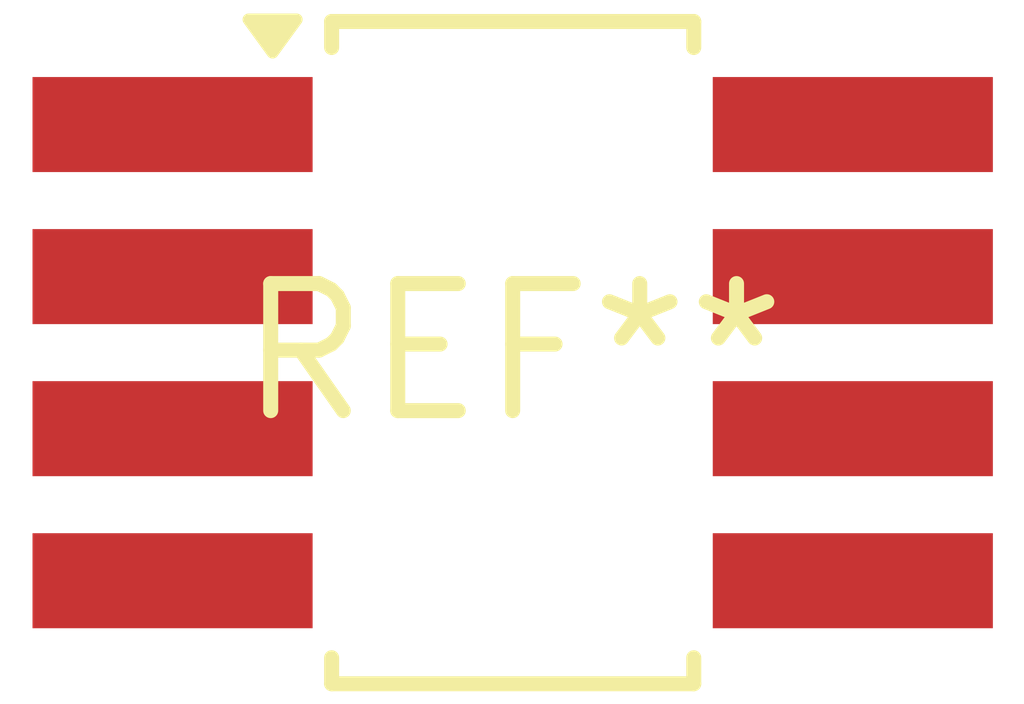
<source format=kicad_pcb>
(kicad_pcb (version 20240108) (generator pcbnew)
  (layers (0 "F.Cu" signal) (31 "B.Cu" signal) (34 "B.Paste" user) (35 "F.Paste" user) (36 "B.SilkS" user "B.Silkscreen") (37 "F.SilkS" user "F.Silkscreen") (38 "B.Mask" user) (39 "F.Mask" user) (44 "Edge.Cuts" user))
  (net 0 "")
  (footprint "Zetex_SM8" (layer "F.Cu") (at 0 0)
    (property "Reference" "REF**")
    (property "Value" "Zetex_SM8")
    (fp_line (start -1.81 -3.31) (end -1.81 -3.05) (layer "F.SilkS") (stroke (width 0.15)))
    (fp_line (start -1.81 -3.31) (end 1.81 -3.31) (layer "F.SilkS") (stroke (width 0.15)))
    (fp_line (start -1.81 3.31) (end -1.81 3.05) (layer "F.SilkS") (stroke (width 0.15)))
    (fp_line (start -1.81 3.31) (end 1.81 3.31) (layer "F.SilkS") (stroke (width 0.15)))
    (fp_line (start 1.81 -3.31) (end 1.81 -3.05) (layer "F.SilkS") (stroke (width 0.15)))
    (fp_line (start 1.81 3.31) (end 1.81 3.05) (layer "F.SilkS") (stroke (width 0.15)))
    (fp_poly (pts (xy -2.4 -3) (xy -2.64 -3.33) (xy -2.16 -3.33) (xy -2.4 -3)) (layer "F.SilkS") (stroke (width 0.12)) (fill solid))
    (pad "1" smd rect (at -3.4 -2.28) (size 2.8 0.95) (layers "F.Cu" "F.Paste" "F.Mask"))
    (pad "2" smd rect (at -3.4 -0.76) (size 2.8 0.95) (layers "F.Cu" "F.Paste" "F.Mask"))
    (pad "3" smd rect (at -3.4 0.76) (size 2.8 0.95) (layers "F.Cu" "F.Paste" "F.Mask"))
    (pad "4" smd rect (at -3.4 2.28) (size 2.8 0.95) (layers "F.Cu" "F.Paste" "F.Mask"))
    (pad "5" smd rect (at 3.4 2.28) (size 2.8 0.95) (layers "F.Cu" "F.Paste" "F.Mask"))
    (pad "6" smd rect (at 3.4 0.76) (size 2.8 0.95) (layers "F.Cu" "F.Paste" "F.Mask"))
    (pad "7" smd rect (at 3.4 -0.76) (size 2.8 0.95) (layers "F.Cu" "F.Paste" "F.Mask"))
    (pad "8" smd rect (at 3.4 -2.28) (size 2.8 0.95) (layers "F.Cu" "F.Paste" "F.Mask"))
  )
)
</source>
